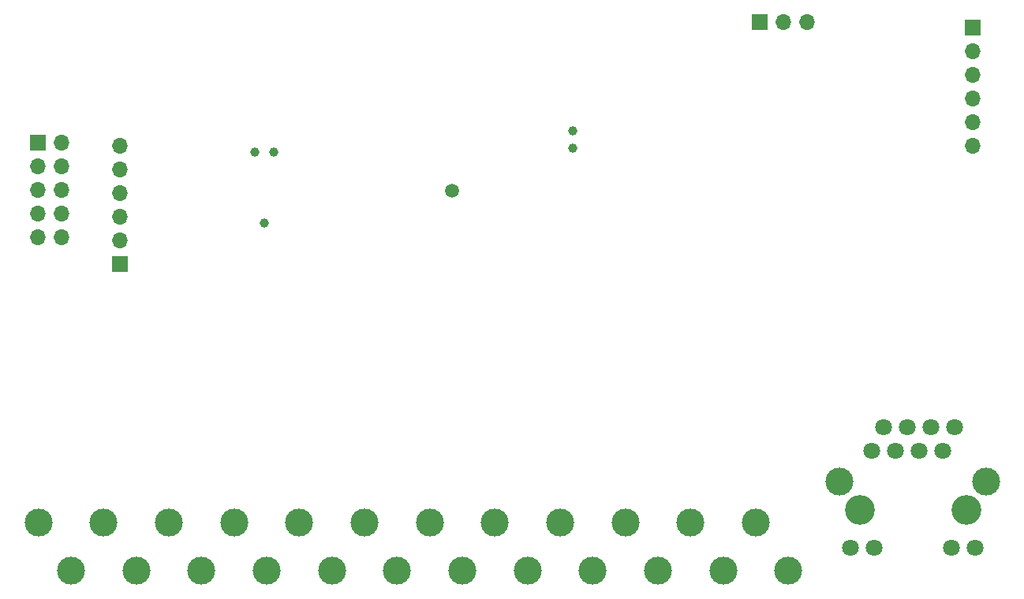
<source format=gbr>
%TF.GenerationSoftware,KiCad,Pcbnew,7.0.6-rc1-28-g32930319ea*%
%TF.CreationDate,2023-06-30T09:32:51+03:00*%
%TF.ProjectId,serial_io_expander,73657269-616c-45f6-996f-5f657870616e,rev?*%
%TF.SameCoordinates,Original*%
%TF.FileFunction,Soldermask,Bot*%
%TF.FilePolarity,Negative*%
%FSLAX46Y46*%
G04 Gerber Fmt 4.6, Leading zero omitted, Abs format (unit mm)*
G04 Created by KiCad (PCBNEW 7.0.6-rc1-28-g32930319ea) date 2023-06-30 09:32:51*
%MOMM*%
%LPD*%
G01*
G04 APERTURE LIST*
%ADD10C,3.200000*%
%ADD11C,1.800000*%
%ADD12C,3.000000*%
%ADD13R,1.700000X1.700000*%
%ADD14O,1.700000X1.700000*%
%ADD15C,0.990600*%
%ADD16C,1.000000*%
%ADD17C,1.500000*%
G04 APERTURE END LIST*
D10*
%TO.C,J5*%
X161460000Y-126800000D03*
X172890000Y-126800000D03*
D11*
X162730000Y-120450000D03*
X164000000Y-117910000D03*
X165270000Y-120450000D03*
X166540000Y-117910000D03*
X167810000Y-120450000D03*
X169080000Y-117910000D03*
X170350000Y-120450000D03*
D12*
X159325000Y-123750000D03*
D11*
X171620000Y-117910000D03*
D12*
X175025000Y-123750000D03*
D11*
X160500000Y-130860000D03*
X163040000Y-130860000D03*
X171310000Y-130860000D03*
X173850000Y-130860000D03*
%TD*%
D13*
%TO.C,J4*%
X82100000Y-100360000D03*
D14*
X82100000Y-97820000D03*
X82100000Y-95280000D03*
X82100000Y-92740000D03*
X82100000Y-90200000D03*
X82100000Y-87660000D03*
%TD*%
D12*
%TO.C,J1*%
X153825000Y-133300000D03*
X150325000Y-128100000D03*
X146825000Y-133300000D03*
X143325000Y-128100000D03*
X139825000Y-133300000D03*
X136325000Y-128100000D03*
X132825000Y-133300000D03*
X129325000Y-128100000D03*
X125825000Y-133300000D03*
X122325000Y-128100000D03*
X118825000Y-133300000D03*
X115325000Y-128100000D03*
X111825000Y-133300000D03*
X108325000Y-128100000D03*
X104825000Y-133300000D03*
X101325000Y-128100000D03*
X97825000Y-133300000D03*
X94325000Y-128100000D03*
X90825000Y-133300000D03*
X87325000Y-128100000D03*
X83825000Y-133300000D03*
X80325000Y-128100000D03*
X76825000Y-133300000D03*
X73325000Y-128100000D03*
%TD*%
D13*
%TO.C,J6*%
X73285000Y-87270000D03*
D14*
X75825000Y-87270000D03*
X73285000Y-89810000D03*
X75825000Y-89810000D03*
X73285000Y-92350000D03*
X75825000Y-92350000D03*
X73285000Y-94890000D03*
X75825000Y-94890000D03*
X73285000Y-97430000D03*
X75825000Y-97430000D03*
%TD*%
D15*
%TO.C,J7*%
X97610000Y-95960000D03*
X96594000Y-88340000D03*
X98626000Y-88340000D03*
%TD*%
D16*
%TO.C,Y1*%
X130650000Y-87900000D03*
X130650000Y-86000000D03*
%TD*%
D13*
%TO.C,J2*%
X150700000Y-74350000D03*
D14*
X153240000Y-74350000D03*
X155780000Y-74350000D03*
%TD*%
D13*
%TO.C,J3*%
X173570000Y-74960000D03*
D14*
X173570000Y-77500000D03*
X173570000Y-80040000D03*
X173570000Y-82580000D03*
X173570000Y-85120000D03*
X173570000Y-87660000D03*
%TD*%
D17*
%TO.C,TP1*%
X117690000Y-92510000D03*
%TD*%
M02*

</source>
